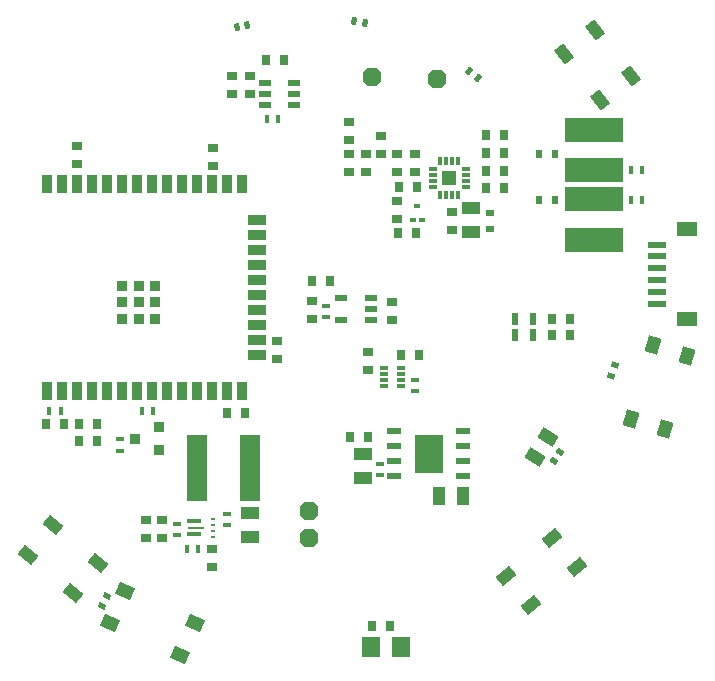
<source format=gtp>
G04*
G04 #@! TF.GenerationSoftware,Altium Limited,Altium Designer,23.6.0 (18)*
G04*
G04 Layer_Color=8421504*
%FSLAX25Y25*%
%MOIN*%
G70*
G04*
G04 #@! TF.SameCoordinates,41434E86-4965-44CF-8D99-FF0C004B18D3*
G04*
G04*
G04 #@! TF.FilePolarity,Positive*
G04*
G01*
G75*
%ADD23R,0.03000X0.03500*%
%ADD24R,0.06000X0.07000*%
%ADD25R,0.03500X0.03000*%
%ADD26R,0.03622X0.03228*%
%ADD27R,0.02500X0.01800*%
%ADD28R,0.01800X0.02500*%
G04:AMPARAMS|DCode=29|XSize=25mil|YSize=18mil|CornerRadius=0mil|HoleSize=0mil|Usage=FLASHONLY|Rotation=283.000|XOffset=0mil|YOffset=0mil|HoleType=Round|Shape=Rectangle|*
%AMROTATEDRECTD29*
4,1,4,-0.01158,0.01016,0.00596,0.01420,0.01158,-0.01016,-0.00596,-0.01420,-0.01158,0.01016,0.0*
%
%ADD29ROTATEDRECTD29*%

G04:AMPARAMS|DCode=30|XSize=55.12mil|YSize=43.31mil|CornerRadius=0mil|HoleSize=0mil|Usage=FLASHONLY|Rotation=73.000|XOffset=0mil|YOffset=0mil|HoleType=Round|Shape=Rectangle|*
%AMROTATEDRECTD30*
4,1,4,0.01265,-0.03269,-0.02877,-0.02002,-0.01265,0.03269,0.02877,0.02002,0.01265,-0.03269,0.0*
%
%ADD30ROTATEDRECTD30*%

G04:AMPARAMS|DCode=31|XSize=25mil|YSize=18mil|CornerRadius=0mil|HoleSize=0mil|Usage=FLASHONLY|Rotation=327.000|XOffset=0mil|YOffset=0mil|HoleType=Round|Shape=Rectangle|*
%AMROTATEDRECTD31*
4,1,4,-0.01539,-0.00074,-0.00558,0.01436,0.01539,0.00074,0.00558,-0.01436,-0.01539,-0.00074,0.0*
%
%ADD31ROTATEDRECTD31*%

%ADD32R,0.03543X0.05906*%
%ADD33R,0.06693X0.22441*%
%ADD34R,0.03543X0.03543*%
%ADD35R,0.05906X0.03543*%
%ADD36R,0.02638X0.01181*%
G04:AMPARAMS|DCode=37|XSize=59.06mil|YSize=39.37mil|CornerRadius=0mil|HoleSize=0mil|Usage=FLASHONLY|Rotation=320.000|XOffset=0mil|YOffset=0mil|HoleType=Round|Shape=Rectangle|*
%AMROTATEDRECTD37*
4,1,4,-0.03527,0.00390,-0.00997,0.03406,0.03527,-0.00390,0.00997,-0.03406,-0.03527,0.00390,0.0*
%
%ADD37ROTATEDRECTD37*%

G04:AMPARAMS|DCode=38|XSize=55.12mil|YSize=43.31mil|CornerRadius=0mil|HoleSize=0mil|Usage=FLASHONLY|Rotation=335.000|XOffset=0mil|YOffset=0mil|HoleType=Round|Shape=Rectangle|*
%AMROTATEDRECTD38*
4,1,4,-0.03413,-0.00798,-0.01583,0.03127,0.03413,0.00798,0.01583,-0.03127,-0.03413,-0.00798,0.0*
%
%ADD38ROTATEDRECTD38*%

G04:AMPARAMS|DCode=39|XSize=60mil|YSize=60mil|CornerRadius=0mil|HoleSize=0mil|Usage=FLASHONLY|Rotation=270.000|XOffset=0mil|YOffset=0mil|HoleType=Round|Shape=Octagon|*
%AMOCTAGOND39*
4,1,8,-0.01500,-0.03000,0.01500,-0.03000,0.03000,-0.01500,0.03000,0.01500,0.01500,0.03000,-0.01500,0.03000,-0.03000,0.01500,-0.03000,-0.01500,-0.01500,-0.03000,0.0*
%
%ADD39OCTAGOND39*%

G04:AMPARAMS|DCode=40|XSize=59.06mil|YSize=39.37mil|CornerRadius=0mil|HoleSize=0mil|Usage=FLASHONLY|Rotation=128.000|XOffset=0mil|YOffset=0mil|HoleType=Round|Shape=Rectangle|*
%AMROTATEDRECTD40*
4,1,4,0.03369,-0.01115,0.00267,-0.03539,-0.03369,0.01115,-0.00267,0.03539,0.03369,-0.01115,0.0*
%
%ADD40ROTATEDRECTD40*%

%ADD41R,0.04000X0.06000*%
%ADD42R,0.06000X0.04000*%
G04:AMPARAMS|DCode=43|XSize=59.06mil|YSize=39.37mil|CornerRadius=0mil|HoleSize=0mil|Usage=FLASHONLY|Rotation=220.000|XOffset=0mil|YOffset=0mil|HoleType=Round|Shape=Rectangle|*
%AMROTATEDRECTD43*
4,1,4,0.00997,0.03406,0.03527,0.00390,-0.00997,-0.03406,-0.03527,-0.00390,0.00997,0.03406,0.0*
%
%ADD43ROTATEDRECTD43*%

%ADD44R,0.04331X0.02362*%
%ADD45R,0.04724X0.02362*%
%ADD46R,0.09449X0.12992*%
%ADD47R,0.01772X0.00984*%
%ADD48R,0.05709X0.00787*%
%ADD49R,0.04528X0.01378*%
%ADD50R,0.01968X0.03937*%
G04:AMPARAMS|DCode=51|XSize=40mil|YSize=60mil|CornerRadius=0mil|HoleSize=0mil|Usage=FLASHONLY|Rotation=237.000|XOffset=0mil|YOffset=0mil|HoleType=Round|Shape=Rectangle|*
%AMROTATEDRECTD51*
4,1,4,-0.01427,0.03311,0.03605,0.00043,0.01427,-0.03311,-0.03605,-0.00043,-0.01427,0.03311,0.0*
%
%ADD51ROTATEDRECTD51*%

G04:AMPARAMS|DCode=52|XSize=25mil|YSize=18mil|CornerRadius=0mil|HoleSize=0mil|Usage=FLASHONLY|Rotation=155.000|XOffset=0mil|YOffset=0mil|HoleType=Round|Shape=Rectangle|*
%AMROTATEDRECTD52*
4,1,4,0.01513,0.00287,0.00753,-0.01344,-0.01513,-0.00287,-0.00753,0.01344,0.01513,0.00287,0.0*
%
%ADD52ROTATEDRECTD52*%

G04:AMPARAMS|DCode=53|XSize=25mil|YSize=18mil|CornerRadius=0mil|HoleSize=0mil|Usage=FLASHONLY|Rotation=232.900|XOffset=0mil|YOffset=0mil|HoleType=Round|Shape=Rectangle|*
%AMROTATEDRECTD53*
4,1,4,0.00036,0.01540,0.01472,0.00454,-0.00036,-0.01540,-0.01472,-0.00454,0.00036,0.01540,0.0*
%
%ADD53ROTATEDRECTD53*%

G04:AMPARAMS|DCode=54|XSize=25mil|YSize=18mil|CornerRadius=0mil|HoleSize=0mil|Usage=FLASHONLY|Rotation=258.000|XOffset=0mil|YOffset=0mil|HoleType=Round|Shape=Rectangle|*
%AMROTATEDRECTD54*
4,1,4,-0.00620,0.01410,0.01140,0.01036,0.00620,-0.01410,-0.01140,-0.01036,-0.00620,0.01410,0.0*
%
%ADD54ROTATEDRECTD54*%

G04:AMPARAMS|DCode=55|XSize=25mil|YSize=18mil|CornerRadius=0mil|HoleSize=0mil|Usage=FLASHONLY|Rotation=163.000|XOffset=0mil|YOffset=0mil|HoleType=Round|Shape=Rectangle|*
%AMROTATEDRECTD55*
4,1,4,0.01459,0.00495,0.00932,-0.01226,-0.01459,-0.00495,-0.00932,0.01226,0.01459,0.00495,0.0*
%
%ADD55ROTATEDRECTD55*%

%ADD56R,0.06299X0.01968*%
%ADD57R,0.07087X0.04724*%
%ADD58R,0.03937X0.02362*%
%ADD59R,0.02362X0.03150*%
%ADD60R,0.03150X0.02362*%
%ADD61R,0.19291X0.08268*%
%ADD62R,0.03150X0.01181*%
%ADD63R,0.01181X0.03150*%
%ADD64R,0.04842X0.04842*%
%ADD65R,0.01968X0.01772*%
D23*
X137300Y-188800D02*
D03*
X131300D02*
D03*
X101828Y-405D02*
D03*
X95828D02*
D03*
X175188Y-25365D02*
D03*
X169188D02*
D03*
X175188Y-31264D02*
D03*
X169188D02*
D03*
X175188Y-37165D02*
D03*
X169188D02*
D03*
X175188Y-43064D02*
D03*
X169188D02*
D03*
X33650Y-127155D02*
D03*
X39650Y-127155D02*
D03*
X33650Y-121755D02*
D03*
X39650Y-121755D02*
D03*
X22528D02*
D03*
X28528D02*
D03*
X129728Y-126005D02*
D03*
X123728Y-126005D02*
D03*
X141003Y-98474D02*
D03*
X147003Y-98474D02*
D03*
X191128Y-86505D02*
D03*
X197128D02*
D03*
X83028Y-118129D02*
D03*
X89028D02*
D03*
X117228Y-73805D02*
D03*
X111228D02*
D03*
X191128Y-92005D02*
D03*
X197128D02*
D03*
X140288Y-42564D02*
D03*
X146288D02*
D03*
X139788Y-57964D02*
D03*
X145788D02*
D03*
D24*
X130800Y-196100D02*
D03*
X140800D02*
D03*
D25*
X145488Y-37664D02*
D03*
Y-31664D02*
D03*
X123650Y-37602D02*
D03*
Y-31602D02*
D03*
X129088Y-37764D02*
D03*
Y-31765D02*
D03*
X139488Y-31664D02*
D03*
Y-37664D02*
D03*
X90528Y-5705D02*
D03*
Y-11705D02*
D03*
X55828Y-159605D02*
D03*
Y-153605D02*
D03*
X61228Y-159605D02*
D03*
Y-153605D02*
D03*
X129961Y-103740D02*
D03*
X129961Y-97740D02*
D03*
X77828Y-169405D02*
D03*
Y-163405D02*
D03*
X33028Y-35105D02*
D03*
X33028Y-29105D02*
D03*
X123550Y-26942D02*
D03*
Y-20942D02*
D03*
X99700Y-99913D02*
D03*
Y-93913D02*
D03*
X78128Y-35605D02*
D03*
X78128Y-29605D02*
D03*
X137946Y-86805D02*
D03*
Y-80805D02*
D03*
X111168Y-86664D02*
D03*
Y-80664D02*
D03*
X158028Y-50905D02*
D03*
Y-56905D02*
D03*
X134288Y-25464D02*
D03*
Y-31464D02*
D03*
X139688Y-53264D02*
D03*
Y-47265D02*
D03*
X84600Y-5700D02*
D03*
Y-11700D02*
D03*
D26*
X52349Y-126504D02*
D03*
X60223Y-130244D02*
D03*
Y-122764D02*
D03*
D27*
X47048Y-126768D02*
D03*
Y-130468D02*
D03*
X82828Y-155355D02*
D03*
X82828Y-151655D02*
D03*
X145416Y-110616D02*
D03*
X145416Y-106916D02*
D03*
X66128Y-154955D02*
D03*
Y-158655D02*
D03*
X133828Y-134855D02*
D03*
X133828Y-138555D02*
D03*
X115728Y-85905D02*
D03*
Y-82205D02*
D03*
D28*
X58184Y-117419D02*
D03*
X54484D02*
D03*
X69578Y-163405D02*
D03*
X73278D02*
D03*
X27378Y-117255D02*
D03*
X23678D02*
D03*
X221268Y-46805D02*
D03*
X217568D02*
D03*
X96050Y-19900D02*
D03*
X99750D02*
D03*
X221268Y-36964D02*
D03*
X217568D02*
D03*
D29*
X86089Y10615D02*
D03*
X89695Y11448D02*
D03*
D30*
X228734Y-123367D02*
D03*
X236216Y-98895D02*
D03*
X224921Y-95442D02*
D03*
X217439Y-119914D02*
D03*
D31*
X193918Y-130831D02*
D03*
X191903Y-133934D02*
D03*
D32*
X28034Y-41756D02*
D03*
X23034Y-41756D02*
D03*
X33034D02*
D03*
X38034D02*
D03*
X43034Y-41756D02*
D03*
X48034Y-41756D02*
D03*
X53034Y-41756D02*
D03*
X58034Y-41756D02*
D03*
X63034Y-41756D02*
D03*
X68034Y-41756D02*
D03*
X73034Y-41756D02*
D03*
X78034Y-41756D02*
D03*
X83034Y-41756D02*
D03*
X88034D02*
D03*
X23034Y-110653D02*
D03*
X28034Y-110653D02*
D03*
X33034D02*
D03*
X38034Y-110653D02*
D03*
X43034Y-110653D02*
D03*
X48034Y-110653D02*
D03*
X53034Y-110653D02*
D03*
X58034Y-110653D02*
D03*
X63034Y-110653D02*
D03*
X68034Y-110653D02*
D03*
X73034D02*
D03*
X78034Y-110653D02*
D03*
X83034Y-110653D02*
D03*
X88034Y-110653D02*
D03*
D33*
X90486Y-136205D02*
D03*
X72770D02*
D03*
D34*
X58940Y-75614D02*
D03*
X58940Y-81126D02*
D03*
X58940Y-86638D02*
D03*
X53428Y-75614D02*
D03*
X53428Y-86638D02*
D03*
X47916Y-75614D02*
D03*
X47916Y-81126D02*
D03*
Y-86638D02*
D03*
X53428Y-81126D02*
D03*
D35*
X92955Y-53685D02*
D03*
Y-58685D02*
D03*
Y-63685D02*
D03*
Y-68685D02*
D03*
X92955Y-73685D02*
D03*
X92955Y-78685D02*
D03*
X92955Y-83685D02*
D03*
X92955Y-88685D02*
D03*
X92955Y-93685D02*
D03*
X92955Y-98685D02*
D03*
D36*
X141041Y-102939D02*
D03*
X141041Y-104908D02*
D03*
X141041Y-106876D02*
D03*
X141041Y-108845D02*
D03*
X135214Y-108845D02*
D03*
Y-106876D02*
D03*
Y-104908D02*
D03*
Y-102939D02*
D03*
D37*
X24764Y-155402D02*
D03*
X16412Y-165354D02*
D03*
X31492Y-178008D02*
D03*
X39843Y-168055D02*
D03*
D38*
X48927Y-177245D02*
D03*
X72120Y-188060D02*
D03*
X67128Y-198764D02*
D03*
X43936Y-187949D02*
D03*
D39*
X131228Y-6105D02*
D03*
X152828Y-6505D02*
D03*
X110100Y-159705D02*
D03*
X110072Y-150533D02*
D03*
D40*
X207369Y-13660D02*
D03*
X217606Y-5661D02*
D03*
X205487Y9851D02*
D03*
X195249Y1852D02*
D03*
D41*
X161628Y-145705D02*
D03*
X153628D02*
D03*
D42*
X128128Y-139605D02*
D03*
Y-131605D02*
D03*
X90628Y-159205D02*
D03*
Y-151205D02*
D03*
X164228Y-57605D02*
D03*
Y-49605D02*
D03*
D43*
X191092Y-159502D02*
D03*
X199443Y-169454D02*
D03*
X184364Y-182108D02*
D03*
X176012Y-172155D02*
D03*
D44*
X120710Y-86945D02*
D03*
Y-79465D02*
D03*
X130946D02*
D03*
Y-83205D02*
D03*
Y-86945D02*
D03*
D45*
X161579Y-124105D02*
D03*
X161579Y-129105D02*
D03*
Y-134105D02*
D03*
Y-139105D02*
D03*
X138677D02*
D03*
X138677Y-134105D02*
D03*
Y-129105D02*
D03*
Y-124105D02*
D03*
D46*
X150128Y-131605D02*
D03*
D47*
X78128Y-153236D02*
D03*
Y-155205D02*
D03*
Y-157173D02*
D03*
Y-159142D02*
D03*
D48*
X72419Y-156189D02*
D03*
D49*
X71829Y-158354D02*
D03*
Y-154024D02*
D03*
D50*
X179015Y-86505D02*
D03*
X184921D02*
D03*
X179015Y-92005D02*
D03*
X184921D02*
D03*
D51*
X185532Y-132637D02*
D03*
X189889Y-125927D02*
D03*
D52*
X41341Y-182401D02*
D03*
X42905Y-179048D02*
D03*
D53*
X166386Y-6175D02*
D03*
X163435Y-3943D02*
D03*
D54*
X128737Y12044D02*
D03*
X125118Y12813D02*
D03*
D55*
X212069Y-101936D02*
D03*
X210987Y-105474D02*
D03*
D56*
X226328Y-81490D02*
D03*
X226328Y-77553D02*
D03*
X226328Y-73616D02*
D03*
X226328Y-69679D02*
D03*
X226328Y-65742D02*
D03*
X226328Y-61805D02*
D03*
D57*
X236269Y-86608D02*
D03*
X236269Y-56687D02*
D03*
D58*
X95663Y-15405D02*
D03*
Y-11665D02*
D03*
Y-7924D02*
D03*
X105112D02*
D03*
Y-11665D02*
D03*
Y-15405D02*
D03*
D59*
X186772Y-46805D02*
D03*
X192284D02*
D03*
X192268Y-31464D02*
D03*
X186756D02*
D03*
D60*
X170528Y-56661D02*
D03*
Y-51149D02*
D03*
D61*
X205068Y-36964D02*
D03*
Y-23579D02*
D03*
Y-60150D02*
D03*
Y-46764D02*
D03*
D62*
X162598Y-36651D02*
D03*
Y-38620D02*
D03*
Y-40588D02*
D03*
Y-42557D02*
D03*
X151377D02*
D03*
Y-40588D02*
D03*
Y-38620D02*
D03*
Y-36651D02*
D03*
D63*
X154035Y-45214D02*
D03*
X156003D02*
D03*
X157972D02*
D03*
X159940D02*
D03*
Y-33994D02*
D03*
X157972D02*
D03*
X156003D02*
D03*
X154035D02*
D03*
D64*
X156988Y-39604D02*
D03*
D65*
X144713Y-53628D02*
D03*
X147863D02*
D03*
X146288Y-49101D02*
D03*
M02*

</source>
